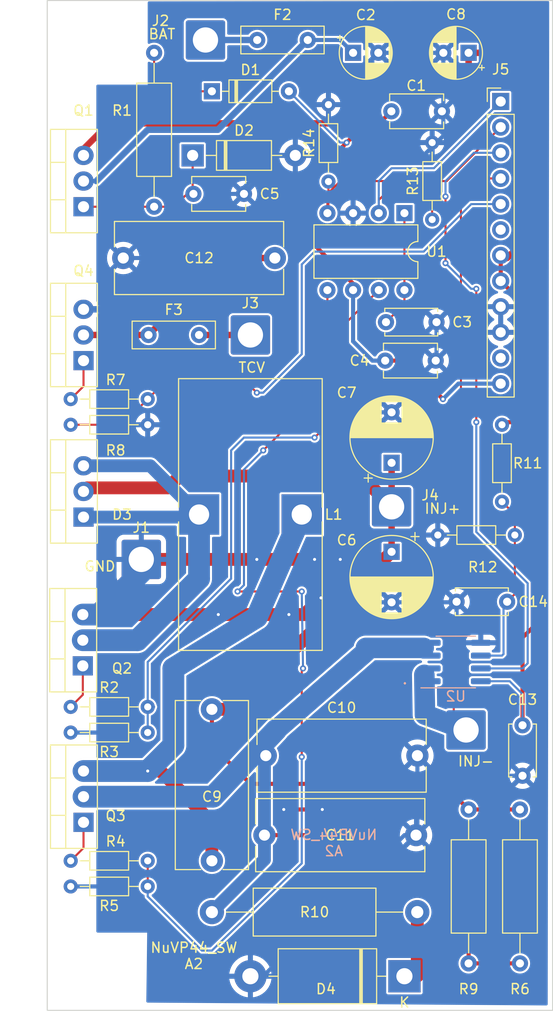
<source format=kicad_pcb>
(kicad_pcb (version 20221018) (generator pcbnew)
  (layers (0 "F.Cu" signal) (31 "B.Cu" signal) (34 "B.Paste" user) (35 "F.Paste" user) (36 "B.SilkS" user "B.Silkscreen") (37 "F.SilkS" user "F.Silkscreen") (38 "B.Mask" user) (39 "F.Mask" user) (44 "Edge.Cuts" user))
  (net 0 "")
  (net 1 "+12V")
  (net 2 "GND")
  (net 3 "Net-(Q1-C)")
  (net 4 "Net-(U1-ENA)")
  (net 5 "Net-(D2-K)")
  (net 6 "+5V")
  (net 7 "Net-(Q3-S)")
  (net 8 "Net-(Q3-D)")
  (net 9 "Net-(Q4-D)")
  (net 10 "Net-(U2-FILTER)")
  (net 11 "Net-(D1-K)")
  (net 12 "Net-(D4-K)")
  (net 13 "Net-(J2-Pin_1)")
  (net 14 "Net-(Q2-G)")
  (net 15 "Net-(Q3-G)")
  (net 16 "Net-(Q4-G)")
  (net 17 "Net-(U1-OUTA)")
  (net 18 "Net-(U1-OUTB)")
  (net 19 "Net-(Q2-D)")
  (net 20 "Net-(J3-Pin_1)")
  (net 21 "Net-(J5-Pin_1)")
  (net 22 "Net-(J5-Pin_2)")
  (net 23 "Net-(J5-Pin_3)")
  (net 24 "Net-(J5-Pin_4)")
  (net 25 "Net-(J5-Pin_5)")
  (net 28 "Net-(D3-K)")
  (footprint "Package_DIP:DIP-8_W7.62mm" (layer "F.Cu") (at 180.34 59.055 -90)
    (fp_text reference "U1" (at 3.81 -3.175) (layer "F.SilkS"))
    (fp_text value "MCP14E7")
    (pad "1" thru_hole rect (at 0 0 270) (size 1.6 1.6) (drill 0.8) (layers "*.Cu" "*.Mask") (net 4 "Net-(U1-ENA)"))
    (pad "2" thru_hole oval (at 0 2.54 270) (size 1.6 1.6) (drill 0.8) (layers "*.Cu" "*.Mask") (net 21 "Net-(J5-Pin_1)"))
    (pad "3" thru_hole oval (at 0 5.08 270) (size 1.6 1.6) (drill 0.8) (layers "*.Cu" "*.Mask") (net 2 "GND"))
    (pad "4" thru_hole oval (at 0 7.62 270) (size 1.6 1.6) (drill 0.8) (layers "*.Cu" "*.Mask") (net 22 "Net-(J5-Pin_2)"))
    (pad "5" thru_hole oval (at 7.62 7.62 270) (size 1.6 1.6) (drill 0.8) (layers "*.Cu" "*.Mask") (net 18 "Net-(U1-OUTB)"))
    (pad "6" thru_hole oval (at 7.62 5.08 270) (size 1.6 1.6) (drill 0.8) (layers "*.Cu" "*.Mask") (net 1 "+12V"))
    (pad "7" thru_hole oval (at 7.62 2.54 270) (size 1.6 1.6) (drill 0.8) (layers "*.Cu" "*.Mask") (net 17 "Net-(U1-OUTA)"))
    (pad "8" thru_hole oval (at 7.62 0 270) (size 1.6 1.6) (drill 0.8) (layers "*.Cu" "*.Mask") (net 4 "Net-(U1-ENA)"))
  )
  (footprint "Resistor_THT:R_Axial_DIN0204_L3.6mm_D1.6mm_P7.62mm_Horizontal" (layer "F.Cu") (at 154.94 110.49 180)
    (fp_text reference "R3" (at 3.81 -1.92) (layer "F.SilkS"))
    (fp_text value "10K")
    (pad "1" thru_hole circle (at 0 0 180) (size 1.4 1.4) (drill 0.7) (layers "*.Cu" "*.Mask") (net 17 "Net-(U1-OUTA)"))
    (pad "2" thru_hole oval (at 7.62 0 180) (size 1.4 1.4) (drill 0.7) (layers "*.Cu" "*.Mask") (net 2 "GND"))
  )
  (footprint "Diode_THT:D_DO-201AD_P15.24mm_Horizontal" (layer "F.Cu") (at 180.34 134.62 180)
    (fp_text reference "D4" (at 7.7724 -1.27 180) (layer "F.SilkS"))
    (fp_text value "39V_5W")
    (fp_text user "K" (at 0 -2.6 180) (layer "F.SilkS"))
    (pad "1" thru_hole rect (at 0 0 180) (size 3.2 3.2) (drill 1.6) (layers "*.Cu" "*.Mask") (net 12 "Net-(D4-K)"))
    (pad "2" thru_hole oval (at 15.24 0 180) (size 3.2 3.2) (drill 1.6) (layers "*.Cu" "*.Mask") (net 2 "GND"))
  )
  (footprint "MountingHole:MountingHole_3.2mm_M3" (layer "F.Cu") (at 149.8092 134.2136)
    (fp_text reference "MH1" hide)
    (fp_text value "MountingHole_3.2mm_M3")
    (pad "" np_thru_hole circle (at 0 0) (size 3.2 3.2) (drill 3.2) (layers "*.Cu" "*.Mask"))
  )
  (footprint "Capacitor_THT:C_Disc_D8.0mm_W2.5mm_P5.00mm" (layer "F.Cu") (at 155.02 71.12)
    (fp_text reference "F3" (at 2.5 -2.5) (layer "F.SilkS"))
    (fp_text value "Polyfuse")
    (pad "1" thru_hole circle (at 0 0) (size 1.6 1.6) (drill 0.8) (layers "*.Cu" "*.Mask") (net 9 "Net-(Q4-D)"))
    (pad "2" thru_hole circle (at 5 0) (size 1.6 1.6) (drill 0.8) (layers "*.Cu" "*.Mask") (net 20 "Net-(J3-Pin_1)"))
  )
  (footprint "Connector_Wire:SolderWire-2sqmm_1x01_D2mm_OD3.9mm" (layer "F.Cu") (at 160.655 41.91)
    (fp_text reference "J2" (at -4.445 -1.905) (layer "F.SilkS"))
    (fp_text value "BAT")
    (pad "1" thru_hole roundrect (at 0 0) (size 3.9 3.9) (drill 2.5) (layers "*.Cu" "*.Mask") (roundrect_rratio 0.06410307692) (net 13 "Net-(J2-Pin_1)"))
  )
  (footprint "Capacitor_THT:C_Disc_D5.0mm_W2.5mm_P5.00mm" (layer "F.Cu") (at 190.5 97.536 180)
    (fp_text reference "C14" (at -2.58 0) (layer "F.SilkS"))
    (fp_text value "0.1uF")
    (pad "1" thru_hole circle (at 0 0 180) (size 1.6 1.6) (drill 0.8) (layers "*.Cu" "*.Mask") (net 10 "Net-(U2-FILTER)"))
    (pad "2" thru_hole circle (at 5 0 180) (size 1.6 1.6) (drill 0.8) (layers "*.Cu" "*.Mask") (net 2 "GND"))
  )
  (footprint "Capacitor_THT:C_Disc_D5.1mm_W3.2mm_P5.00mm" (layer "F.Cu") (at 184.0484 48.9712 180)
    (fp_text reference "C1" (at 2.54 2.54) (layer "F.SilkS"))
    (fp_text value "1uF")
    (pad "1" thru_hole circle (at 0 0 180) (size 1.6 1.6) (drill 0.8) (layers "*.Cu" "*.Mask") (net 2 "GND"))
    (pad "2" thru_hole circle (at 5 0 180) (size 1.6 1.6) (drill 0.8) (layers "*.Cu" "*.Mask") (net 1 "+12V"))
  )
  (footprint "Capacitor_THT:C_Rect_L16.5mm_W7.0mm_P15.00mm_MKT" (layer "F.Cu") (at 166.49 120.65)
    (fp_text reference "C11" (at 7.5 0) (layer "F.SilkS"))
    (fp_text value "1uF")
    (pad "1" thru_hole circle (at 0 0) (size 2.2 2.2) (drill 1.1) (layers "*.Cu" "*.Mask") (net 8 "Net-(Q3-D)"))
    (pad "2" thru_hole circle (at 15 0) (size 2.2 2.2) (drill 1.1) (layers "*.Cu" "*.Mask") (net 2 "GND"))
  )
  (footprint "Capacitor_THT:CP_Radial_D8.0mm_P5.00mm" (layer "F.Cu") (at 179.07 83.78 90)
    (fp_text reference "C7" (at 6.945 -4.445 180) (layer "F.SilkS"))
    (fp_text value "470uF")
    (pad "1" thru_hole rect (at 0 0 90) (size 1.6 1.6) (drill 0.8) (layers "*.Cu" "*.Mask") (net 28 "Net-(D3-K)"))
    (pad "2" thru_hole circle (at 5 0 90) (size 1.6 1.6) (drill 0.8) (layers "*.Cu" "*.Mask") (net 2 "GND"))
  )
  (footprint "Capacitor_THT:C_Disc_D5.0mm_W2.5mm_P5.00mm" (layer "F.Cu") (at 192.024 109.768 -90)
    (fp_text reference "C13" (at -2.54 0 -180) (layer "F.SilkS"))
    (fp_text value "0.1uF")
    (pad "1" thru_hole circle (at 0 0 270) (size 1.6 1.6) (drill 0.8) (layers "*.Cu" "*.Mask") (net 6 "+5V"))
    (pad "2" thru_hole circle (at 5 0 270) (size 1.6 1.6) (drill 0.8) (layers "*.Cu" "*.Mask") (net 2 "GND"))
  )
  (footprint "Resistor_THT:R_Axial_DIN0309_L9.0mm_D3.2mm_P15.24mm_Horizontal" (layer "F.Cu") (at 191.77 118.11 -90)
    (fp_text reference "R6" (at 17.78 0 -180) (layer "F.SilkS"))
    (fp_text value "330R")
    (pad "1" thru_hole circle (at 0 0 270) (size 1.6 1.6) (drill 0.8) (layers "*.Cu" "*.Mask") (net 28 "Net-(D3-K)"))
    (pad "2" thru_hole oval (at 15.24 0 270) (size 1.6 1.6) (drill 0.8) (layers "*.Cu" "*.Mask") (net 8 "Net-(Q3-D)"))
  )
  (footprint "Diode_THT:D_DO-41_SOD81_P10.16mm_Horizontal" (layer "F.Cu") (at 159.385 53.34)
    (fp_text reference "D2" (at 5.08 -2.47) (layer "F.SilkS"))
    (fp_text value "5.6V")
    (pad "1" thru_hole rect (at 0 0) (size 2.2 2.2) (drill 1.1) (layers "*.Cu" "*.Mask") (net 5 "Net-(D2-K)"))
    (pad "2" thru_hole oval (at 10.16 0) (size 2.2 2.2) (drill 1.1) (layers "*.Cu" "*.Mask") (net 2 "GND"))
  )
  (footprint "Capacitor_THT:C_Disc_D5.1mm_W3.2mm_P5.00mm" (layer "F.Cu") (at 178.435 73.66)
    (fp_text reference "C4" (at -2.54 0) (layer "F.SilkS"))
    (fp_text value "1uF" hide)
    (pad "1" thru_hole circle (at 0 0) (size 1.6 1.6) (drill 0.8) (layers "*.Cu" "*.Mask") (net 1 "+12V"))
    (pad "2" thru_hole circle (at 5 0) (size 1.6 1.6) (drill 0.8) (layers "*.Cu" "*.Mask") (net 2 "GND"))
  )
  (footprint "Capacitor_THT:C_Disc_D5.1mm_W3.2mm_P5.00mm" (layer "F.Cu") (at 164.465 57.15 180)
    (fp_text reference "C5" (at -2.54 0) (layer "F.SilkS"))
    (fp_text value "1uF")
    (pad "1" thru_hole circle (at 0 0 180) (size 1.6 1.6) (drill 0.8) (layers "*.Cu" "*.Mask") (net 2 "GND"))
    (pad "2" thru_hole circle (at 5 0 180) (size 1.6 1.6) (drill 0.8) (layers "*.Cu" "*.Mask") (net 5 "Net-(D2-K)"))
  )
  (footprint "Resistor_THT:R_Axial_DIN0204_L3.6mm_D1.6mm_P7.62mm_Horizontal" (layer "F.Cu") (at 189.992 80.01 -90)
    (fp_text reference "R11" (at 3.81 -2.54) (layer "F.SilkS"))
    (fp_text value "10K")
    (pad "1" thru_hole circle (at 0 0 270) (size 1.4 1.4) (drill 0.7) (layers "*.Cu" "*.Mask") (net 6 "+5V"))
    (pad "2" thru_hole oval (at 7.62 0 270) (size 1.4 1.4) (drill 0.7) (layers "*.Cu" "*.Mask") (net 10 "Net-(U2-FILTER)"))
  )
  (footprint "MountingHole:MountingHole_3.2mm_M3" (layer "F.Cu") (at 149.86 42.0624)
    (fp_text reference "MH2" hide)
    (fp_text value "MountingHole_3.2mm_M3")
    (pad "" np_thru_hole circle (at 0 0) (size 3.2 3.2) (drill 3.2) (layers "*.Cu" "*.Mask"))
  )
  (footprint "Capacitor_THT:C_Rect_L16.5mm_W7.0mm_P15.00mm_MKT" (layer "F.Cu") (at 166.624 112.776)
    (fp_text reference "C10" (at 7.5 -4.75) (layer "F.SilkS"))
    (fp_text value "1uF")
    (pad "1" thru_hole circle (at 0 0) (size 2.2 2.2) (drill 1.1) (layers "*.Cu" "*.Mask") (net 8 "Net-(Q3-D)"))
    (pad "2" thru_hole circle (at 15 0) (size 2.2 2.2) (drill 1.1) (layers "*.Cu" "*.Mask") (net 2 "GND"))
  )
  (footprint "Package_TO_SOT_THT:TO-220-3_Vertical" (layer "F.Cu") (at 148.519 103.886 90)
    (fp_text reference "Q2" (at -0.254 3.881 180) (layer "F.SilkS"))
    (fp_text value "75NF20")
    (pad "1" thru_hole rect (at 0 0 90) (size 1.905 2) (drill 1.1) (layers "*.Cu" "*.Mask") (net 14 "Net-(Q2-G)"))
    (pad "2" thru_hole oval (at 2.54 0 90) (size 1.905 2) (drill 1.1) (layers "*.Cu" "*.Mask") (net 19 "Net-(Q2-D)"))
    (pad "3" thru_hole oval (at 5.08 0 90) (size 1.905 2) (drill 1.1) (layers "*.Cu" "*.Mask") (net 2 "GND"))
  )
  (footprint "Capacitor_THT:C_Disc_D5.0mm_W2.5mm_P5.00mm" (layer "F.Cu") (at 183.515 69.85 180)
    (fp_text reference "C3" (at -2.54 0) (layer "F.SilkS"))
    (fp_text value "0.1uF" hide)
    (pad "1" thru_hole circle (at 0 0 180) (size 1.6 1.6) (drill 0.8) (layers "*.Cu" "*.Mask") (net 2 "GND"))
    (pad "2" thru_hole circle (at 5 0 180) (size 1.6 1.6) (drill 0.8) (layers "*.Cu" "*.Mask") (net 4 "Net-(U1-ENA)"))
  )
  (footprint "Capacitor_THT:CP_Radial_D8.0mm_P5.00mm" (layer "F.Cu") (at 179.07 92.593349 -90)
    (fp_text reference "C6" (at -1.153349 4.445 -180) (layer "F.SilkS"))
    (fp_text value "470uF")
    (pad "1" thru_hole rect (at 0 0 270) (size 1.6 1.6) (drill 0.8) (layers "*.Cu" "*.Mask") (net 28 "Net-(D3-K)"))
    (pad "2" thru_hole circle (at 5 0 270) (size 1.6 1.6) (drill 0.8) (layers "*.Cu" "*.Mask") (net 2 "GND"))
  )
  (footprint "Connector_PinHeader_2.54mm:PinHeader_1x12_P2.54mm_Vertical" (layer "F.Cu") (at 189.865 48)
    (fp_text reference "J5" (at 0 -3.175) (layer "F.SilkS"))
    (fp_text value "Conn_01x12")
    (pad "1" thru_hole rect (at 0 0) (size 1.7 1.7) (drill 1) (layers "*.Cu" "*.Mask") (net 21 "Net-(J5-Pin_1)"))
    (pad "2" thru_hole oval (at 0 2.54) (size 1.7 1.7) (drill 1) (layers "*.Cu" "*.Mask") (net 22 "Net-(J5-Pin_2)"))
    (pad "3" thru_hole oval (at 0 5.08) (size 1.7 1.7) (drill 1) (layers "*.Cu" "*.Mask") (net 23 "Net-(J5-Pin_3)"))
    (pad "4" thru_hole oval (at 0 7.62) (size 1.7 1.7) (drill 1) (layers "*.Cu" "*.Mask") (net 24 "Net-(J5-Pin_4)"))
    (pad "5" thru_hole oval (at 0 10.16) (size 1.7 1.7) (drill 1) (layers "*.Cu" "*.Mask") (net 25 "Net-(J5-Pin_5)"))
    (pad "6" thru_hole oval (at 0 12.7) (size 1.7 1.7) (drill 1) (layers "*.Cu" "*.Mask"))
    (pad "7" thru_hole oval (at 0 15.24) (size 1.7 1.7) (drill 1) (layers "*.Cu" "*.Mask") (net 6 "+5V"))
    (pad "8" thru_hole oval (at 0 17.78) (size 1.7 1.7) (drill 1) (layers "*.Cu" "*.Mask") (net 6 "+5V"))
    (pad "9" thru_hole oval (at 0 20.32) (size 1.7 1.7) (drill 1) (layers "*.Cu" "*.Mask") (net 2 "GND"))
    (pad "10" thru_hole oval (at 0 22.86) (size 1.7 1.7) (drill 1) (layers "*.Cu" "*.Mask") (net 2 "GND"))
    (pad "11" thru_hole oval (at 0 25.4) (size 1.7 1.7) (drill 1) (layers "*.Cu" "*.Mask"))
    (pad "12" thru_hole oval (at 0 27.94) (size 1.7 1.7) (drill 1) (layers "*.Cu" "*.Mask") (net 1 "+12V"))
  )
  (footprint "Resistor_THT:R_Axial_DIN0204_L3.6mm_D1.6mm_P7.62mm_Horizontal" (layer "F.Cu") (at 147.32 80.01)
    (fp_text reference "R8" (at 4.445 2.54) (layer "F.SilkS"))
    (fp_text value "10K")
    (pad "1" thru_hole circle (at 0 0) (size 1.4 1.4) (drill 0.7) (layers "*.Cu" "*.Mask") (net 25 "Net-(J5-Pin_5)"))
    (pad "2" thru_hole oval (at 7.62 0) (size 1.4 1.4) (drill 0.7) (layers "*.Cu" "*.Mask") (net 2 "GND"))
  )
  (footprint "Capacitor_THT:C_Rect_L16.5mm_W7.0mm_P15.00mm_MKT" (layer "F.Cu") (at 152.52 63.5)
    (fp_text reference "C12" (at 7.5 0) (layer "F.SilkS"))
    (fp_text value "1uF")
    (pad "1" thru_hole circle (at 0 0) (size 2.2 2.2) (drill 1.1) (layers "*.Cu" "*.Mask") (net 2 "GND"))
    (pad "2" thru_hole circle (at 15 0) (size 2.2 2.2) (drill 1.1) (layers "*.Cu" "*.Mask") (net 9 "Net-(Q4-D)"))
  )
  (footprint "Resistor_THT:R_Axial_DIN0204_L3.6mm_D1.6mm_P7.62mm_Horizontal" (layer "F.Cu") (at 147.32 107.95)
    (fp_text reference "R2" (at 3.81 -1.92) (layer "F.SilkS"))
    (fp_text value "27R")
    (pad "1" thru_hole circle (at 0 0) (size 1.4 1.4) (drill 0.7) (layers "*.Cu" "*.Mask") (net 14 "Net-(Q2-G)"))
    (pad "2" thru_hole oval (at 7.62 0) (size 1.4 1.4) (drill 0.7) (layers "*.Cu" "*.Mask") (net 17 "Net-(U1-OUTA)"))
  )
  (footprint "Package_TO_SOT_THT:TO-220-3_Vertical" (layer "F.Cu") (at 148.59 89.154 90)
    (fp_text reference "D3" (at 0.254 3.81 180) (layer "F.SilkS"))
    (fp_text value "D_Schottky_AKA")
    (pad "1" thru_hole rect (at 0 0 90) (size 1.905 2) (drill 1.1) (layers "*.Cu" "*.Mask") (net 19 "Net-(Q2-D)"))
    (pad "2" thru_hole oval (at 2.54 0 90) (size 1.905 2) (drill 1.1) (layers "*.Cu" "*.Mask") (net 28 "Net-(D3-K)"))
    (pad "3" thru_hole oval (at 5.08 0 90) (size 1.905 2) (drill 1.1) (layers "*.Cu" "*.Mask") (net 19 "Net-(Q2-D)"))
  )
  (footprint "Connector_Wire:SolderWire-2sqmm_1x01_D2mm_OD3.9mm" (layer "F.Cu") (at 165.1 71.12)
    (fp_text reference "J3" (at 0 -3.15) (layer "F.SilkS"))
    (fp_text value "TCV")
    (pad "1" thru_hole roundrect (at 0 0) (size 3.9 3.9) (drill 2.5) (layers "*.Cu" "*.Mask") (roundrect_rratio 0.06410307692) (net 20 "Net-(J3-Pin_1)"))
  )
  (footprint "Package_TO_SOT_THT:TO-220-3_Vertical" (layer "F.Cu") (at 148.59 119.38 90)
    (fp_text reference "Q3" (at 0.635 3.175 180) (layer "F.SilkS"))
    (fp_text value "STP40NF10L")
    (pad "1" thru_hole rect (at 0 0 90) (size 1.905 2) (drill 1.1) (layers "*.Cu" "*.Mask") (net 15 "Net-(Q3-G)"))
    (pad "2" thru_hole oval (at 2.54 0 90) (size 1.905 2) (drill 1.1) (layers "*.Cu" "*.Mask") (net 8 "Net-(Q3-D)"))
    (pad "3" thru_hole oval (at 5.08 0 90) (size 1.905 2) (drill 1.1) (layers "*.Cu" "*.Mask") (net 7 "Net-(Q3-S)"))
  )
  (footprint "Connector_Wire:SolderWire-2sqmm_1x01_D2mm_OD3.9mm" (layer "F.Cu") (at 154.305 93.345)
    (fp_text reference "J1" (at 0 -3.15) (layer "F.SilkS"))
    (fp_text value "GND")
    (pad "1" thru_hole roundrect (at 0 0) (size 3.9 3.9) (drill 2.5) (layers "*.Cu" "*.Mask") (roundrect_rratio 0.06410307692) (net 2 "GND"))
  )
  (footprint "Inductor_THT:L_Toroid_Vertical_L26.7mm_W14.0mm_P10.16mm_Pulse_D" (layer "F.Cu") (at 170.18 88.9 -90)
    (fp_text reference "L1" (at 0 -3.155) (layer "F.SilkS"))
    (fp_text value "L_Ferrite")
    (pad "1" thru_hole rect (at 0 0 270) (size 4 4) (drill 2) (layers "*.Cu" "*.Mask") (net 7 "Net-(Q3-S)"))
    (pad "2" thru_hole rect (at 0 10.16 270) (size 4 4) (drill 2) (layers "*.Cu" "*.Mask") (net 19 "Net-(Q2-D)"))
  )
  (footprint "Capacitor_THT:C_Disc_D8.0mm_W2.5mm_P5.00mm" (layer "F.Cu") (at 165.775 41.91)
    (fp_text reference "F2" (at 2.5 -2.5) (layer "F.SilkS"))
    (fp_text value "Polyfuse")
    (pad "1" thru_hole circle (at 0 0) (size 1.6 1.6) (drill 0.8) (layers "*.Cu" "*.Mask") (net 13 "Net-(J2-Pin_1)"))
    (pad "2" thru_hole circle (at 5 0) (size 1.6 1.6) (drill 0.8) (layers "*.Cu" "*.Mask") (net 3 "Net-(Q1-C)"))
  )
  (footprint "Package_TO_SOT_THT:TO-220-3_Vertical" (layer "F.Cu") (at 148.59 73.66 90)
    (fp_text reference "Q4" (at 8.89 0 180) (layer "F.SilkS"))
    (fp_text value "IRL2910")
    (pad "1" thru_hole rect (at 0 0 90) (size 1.905 2) (drill 1.1) (layers "*.Cu" "*.Mask") (net 16 "Net-(Q4-G)"))
    (pad "2" thru_hole oval (at 2.54 0 90) (size 1.905 2) (drill 1.1) (layers "*.Cu" "*.Mask") (net 9 "Net-(Q4-D)"))
    (pad "3" thru_hole oval (at 5.08 0 90) (size 1.905 2) (drill 1.1) (layers "*.Cu" "*.Mask") (net 2 "GND"))
  )
  (footprint "Resistor_THT:R_Axial_DIN0204_L3.6mm_D1.6mm_P7.62mm_Horizontal" (layer "F.Cu") (at 183.0832 59.69 90)
    (fp_text reference "R13" (at 3.81 -1.92 90) (layer "F.SilkS"))
    (fp_text value "10K")
    (pad "1" thru_hole circle (at 0 0 90) (size 1.4 1.4) (drill 0.7) (layers "*.Cu" "*.Mask") (net 21 "Net-(J5-Pin_1)"))
    (pad "2" thru_hole oval (at 7.62 0 90) (size 1.4 1.4) (drill 0.7) (layers "*.Cu" "*.Mask") (net 2 "GND"))
  )
  (footprint "Resistor_THT:R_Axial_DIN0309_L9.0mm_D3.2mm_P15.24mm_Horizontal" (layer "F.Cu") (at 155.575 43.18 -90)
    (fp_text reference "R1" (at 5.715 3.175 -180) (layer "F.SilkS"))
    (fp_text value "220R")
    (pad "1" thru_hole circle (at 0 0 270) (size 1.6 1.6) (drill 0.8) (layers "*.Cu" "*.Mask") (net 11 "Net-(D1-K)"))
    (pad "2" thru_hole oval (at 15.24 0 270) (size 1.6 1.6) (drill 0.8) (layers "*.Cu" "*.Mask") (net 5 "Net-(D2-K)"))
  )
  (footprint "Resistor_THT:R_Axial_DIN0204_L3.6mm_D1.6mm_P7.62mm_Horizontal" (layer "F.Cu") (at 191.262 90.932 180)
    (fp_text reference "R12" (at 3.175 -3.175 180) (layer "F.SilkS"))
    (fp_text value "10K" hide)
    (pad "1" thru_hole circle (at 0 0 180) (size 1.4 1.4) (drill 0.7) (layers "*.Cu" "*.Mask") (net 10 "Net-(U2-FILTER)"))
    (pad "2" thru_hole oval (at 7.62 0 180) (size 1.4 1.4) (drill 0.7) (layers "*.Cu" "*.Mask") (net 2 "GND"))
  )
  (footprint "Capacitor_THT:CP_Radial_D5.0mm_P2.50mm" (layer "F.Cu") (at 186.69 43.18 180)
    (fp_text reference "C8" (at 1.25 3.81) (layer "F.SilkS"))
    (fp_text value "100uF")
    (pad "1" thru_hole rect (at 0 0 180) (size 1.6 1.6) (drill 0.8) (layers "*.Cu" "*.Mask") (net 6 "+5V"))
    (pad "2" thru_hole circle (at 2.5 0 180) (size 1.6 1.6) (drill 0.8) (layers "*.Cu" "*.Mask") (net 2 "GND"))
  )
  (footprint "Resistor_THT:R_Axial_DIN0204_L3.6mm_D1.6mm_P7.62mm_Horizontal" (layer "F.Cu") (at 172.8216 55.9308 90)
    (fp_text reference "R14" (at 3.81 -1.92 90) (layer "F.SilkS"))
    (fp_text value "10K")
    (pad "1" thru_hole circle (at 0 0 90) (size 1.4 1.4) (drill 0.7) (layers "*.Cu" "*.Mask") (net 22 "Net-(J5-Pin_2)"))
    (pad "2" thru_hole oval (at 7.62 0 90) (size 1.4 1.4) (drill 0.7) (layers "*.Cu" "*.Mask") (net 2 "GND"))
  )
  (footprint "Diode_THT:D_DO-35_SOD27_P7.62mm_Horizontal" (layer "F.Cu") (at 161.29 46.99)
    (fp_text reference "D1" (at 3.81 -2.12) (layer "F.SilkS"))
    (fp_text value "1N914B")
    (pad "1" thru_hole rect (at 0 0) (size 1.6 1.6) (drill 0.8) (layers "*.Cu" "*.Mask") (net 11 "Net-(D1-K)"))
    (pad "2" thru_hole oval (at 7.62 0) (size 1.6 1.6) (drill 0.8) (layers "*.Cu" "*.Mask") (net 1 "+12V"))
  )
  (footprint "Capacitor_THT:CP_Radial_D5.0mm_P2.50mm" (layer "F.Cu") (at 175.26 43.18)
    (fp_text reference "C2" (at 1.25 -3.75) (layer "F.SilkS"))
    (fp_text value "100uF")
    (pad "1" thru_hole rect (at 0 0) (size 1.6 1.6) (drill 0.8) (layers "*.Cu" "*.Mask") (net 3 "Net-(Q1-C)"))
    (pad "2" thru_hole circle (at 2.5 0) (size 1.6 1.6) (drill 0.8) (layers "*.Cu" "*.Mask") (net 2 "GND"))
  )
  (footprint "Connector_Wire:SolderWire-2sqmm_1x01_D2mm_OD3.9mm" (layer "F.Cu") (at 186.436 110.236)
    (fp_text reference "J6" hide)
    (fp_text value "INJ")
    (pad "1" thru_hole roundrect (at 0 0) (size 3.9 3.9) (drill 2.5) (layers "*.Cu" "*.Mask") (roundrect_rratio 0.06410307692) (net 24 "Net-(J5-Pin_4)"))
  )
  (footprint "Connector_Wire:SolderWire-2sqmm_1x01_D2mm_OD3.9mm" (layer "F.Cu") (at 179.07 88.138)
    (fp_text reference "J4" (at 3.81 -1.143) (layer "F.SilkS"))
    (fp_text value "INJ+")
    (pad "1" thru_hole roundrect (at 0 0) (size 3.9 3.9) (drill 2.5) (layers "*.Cu" "*.Mask") (roundrect_rratio 0.06410307692) (net 28 "Net-(D3-K)"))
  )
  (footprint "Capacitor_THT:C_Rect_L16.5mm_W7.0mm_P15.00mm_MKT" (layer "F.Cu") (at 161.29 123.19 90)
    (fp_text reference "C9" (at 6.35 0 180) (layer "F.SilkS"))
    (fp_text value "1uF")
    (pad "1" thru_hole circle (at 0 0 90) (size 2.2 2.2) (drill 1.1) (layers "*.Cu" "*.Mask") (net 7 "Net-(Q3-S)"))
    (pad "2" thru_hole circle (at 15 0 90) (size 2.2 2.2) (drill 1.1) (layers "*.Cu" "*.Mask") (net 28 "Net-(D3-K)"))
  )
  (footprint "Resistor_THT:R_Axial_DIN0204_L3.6mm_D1.6mm_P7.62mm_Horizontal" (layer "F.Cu") (at 147.32 123.19)
    (fp_text reference "R4" (at 4.445 -1.92) (layer "F.SilkS"))
    (fp_text value "27R")
    (pad "1" thru_hole circle (at 0 0) (size 1.4 1.4) (drill 0.7) (layers "*.Cu" "*.Mask") (net 15 "Net-(Q3-G)"))
    (pad "2" thru_hole oval (at 7.62 0) (size 1.4 1.4) (drill 0.7) (layers "*.Cu" "*.Mask") (net 18 "Net-(U1-OUTB)"))
  )
  (footprint "Resistor_THT:R_Axial_DIN0204_L3.6mm_D1.6mm_P7.62mm_Horizontal" (layer "F.Cu") (at 154.94 77.47 180)
    (fp_text reference "R7" (at 3.175 1.905 180) (layer "F.SilkS"))
    (fp_text value "100R")
    (pad "1" thru_hole circle (at 0 0 180) (size 1.4 1.4) (drill 0.7) (layers "*.Cu" "*.Mask") (net 25 "Net-(J5-Pin_5)"))
    (pad "2" thru_hole oval (at 7.62 0 180) (size 1.4 1.4) (drill 0.7) (layers "*.Cu" "*.Mask") (net 16 "Net-(Q4-G)"))
  )
  (footprint "Resistor_THT:R_Axial_DIN0414_L11.9mm_D4.5mm_P20.32mm_Horizontal" (layer "F.Cu") (at 161.29 128.27)
    (fp_text reference "R10" (at 10.16 0) (layer "F.SilkS"))
    (fp_text value "1R_1W")
    (pad "1" thru_hole circle (at 0 0) (size 2.4 2.4) (drill 1.2) (layers "*.Cu" "*.Mask") (net 8 "Net-(Q3-D)"))
    (pad "2" thru_hole oval (at 20.32 0) (size 2.4 2.4) (drill 1.2) (layers "*.Cu" "*.Mask") (net 12 "Net-(D4-K)"))
  )
  (footprint "Package_TO_SOT_THT:TO-220-3_Vertical" (layer "F.Cu") (at 148.59 58.42 90)
    (fp_text reference "Q1" (at 9.525 0 180) (layer "F.SilkS"))
    (fp_text value "MJF44H11G")
    (pad "1" thru_hole rect (at 0 0 90) (size 1.905 2) (drill 1.1) (layers "*.Cu" "*.Mask") (net 5 "Net-(D2-K)"))
    (pad "2" thru_hole oval (at 2.54 0 90) (size 1.905 2) (drill 1.1) (layers "*.Cu" "*.Mask") (net 3 "Net-(Q1-C)"))
    (pad "3" thru_hole oval (at 5.08 0 90) (size 1.905 2) (drill 1.1) (layers "*.Cu" "*.Mask") (net 6 "+5V"))
  )
  (footprint "Resistor_THT:R_Axial_DIN0309_L9.0mm_D3.2mm_P15.24mm_Horizontal" (layer "F.Cu") (at 186.69 118.11 -90)
    (fp_text reference "R9" (at 17.78 0 -180) (layer "F.SilkS"))
    (fp_text value "330R")
    (pad "1" thru_hole circle (at 0 0 270) (size 1.6 1.6) (drill 0.8) (layers "*.Cu" "*.Mask") (net 28 "Net-(D3-K)"))
    (pad "2" thru_hole oval (at 15.24 0 270) (size 1.6 1.6) (drill 0.8) (layers "*.Cu" "*.Mask") (net 8 "Net-(Q3-D)"))
  )
  (footprint "Resistor_THT:R_Axial_DIN0204_L3.6mm_D1.6mm_P7.62mm_Horizontal" (layer "F.Cu") (at 154.94 125.73 180)
    (fp_text reference "R5" (at 3.81 -1.92) (layer "F.SilkS"))
    (fp_text value "10K")
    (pad "1" thru_hole circle (at 0 0 180) (size 1.4 1.4) (drill 0.7) (layers "*.Cu" "*.Mask") (net 18 "Net-(U1-OUTB)"))
    (pad "2" thru_hole oval (at 7.62 0 180) (size 1.4 1.4) (drill 0.7) (layers "*.Cu" "*.Mask") (net 2 "GND"))
  )
  (footprint "Package_SO:SOIC-8_3.9x4.9mm_P1.27mm" (layer "B.Cu") (at 185.42 103.505)
    (fp_text reference "U2" (at 0 3.4) (layer "B.SilkS") (effects (justify mirror)))
    (fp_text value "ACS712xLCTR-20A")
    (pad "1" smd roundrect (at -2.475 1.905) (size 1.95 0.6) (layers "B.Cu" "B.Paste" "B.Mask") (net 24 "Net-(J5-Pin_4)"))
    (pad "2" smd roundrect (at -2.475 0.635) (size 1.95 0.6) (layers "B.Cu" "B.Paste" "B.Mask") (net 24 "Net-(J5-Pin_4)"))
    (pad "3" smd roundrect (at -2.475 -0.635) (size 1.95 0.6) (layers "B.Cu" "B.Paste" "B.Mask") (net 8 "Net-(Q3-D)"))
    (pad "4" smd roundrect (at -2.475 -1.905) (size 1.95 0.6) (layers "B.Cu" "B.Paste" "B.Mask") (net 8 "Net-(Q3-D)"))
    (pad "5" smd roundrect (at 2.475 -1.905) (size 1.95 0.6) (layers "B.Cu" "B.Paste" "B.Mask") (net 2 "GND"))
    (pad "6" smd roundrect (at 2.475 -0.635) (size 1.95 0.6) (layers "B.Cu" "B.Paste" "B.Mask") (net 10 "Net-(U2-FILTER)"))
    (pad "7" smd roundrect (at 2.475 0.635) (size 1.95 0.6) (layers "B.Cu" "B.Paste" "B.Mask") (net 23 "Net-(J5-Pin_3)"))
    (pad "8" smd roundrect (at 2.475 1.905) (size 1.95 0.6) (layers "B.Cu" "B.Paste" "B.Mask") (net 6 "+5V"))
  )
  (gr_rect (start 145 38) (end 195 138) (stroke (width 0.1)) (fill none) (layer "Edge.Cuts"))
  (gr_text "NuVP44_SW\nA2" (at 173.355 122.809) (layer "B.SilkS") (effects (font (size 1 1)) (justify bottom mirror)))
  (gr_text "." (at 180.721 105.791) (layer "B.SilkS") (effects (font (size 1 1)) (justify left bottom mirror)))
  (gr_text "INJ+" (at 182.245 88.9) (layer "F.SilkS") (effects (font (size 1 1)) (justify left bottom)))
  (gr_text "INJ-" (at 185.547 113.919) (layer "F.SilkS") (effects (font (size 1 1)) (justify left bottom)))
  (gr_text "BAT" (at 154.94 41.91) (layer "F.SilkS") (effects (font (size 1 1)) (justify left bottom)))
  (gr_text "NuVP44_SW\nA2" (at 159.512 133.985) (layer "F.SilkS") (effects (font (size 1 1)) (justify bottom)))
  (gr_text "GND" (at 148.59 94.615) (layer "F.SilkS") (effects (font (size 1 1)) (justify left bottom)))
  (gr_text "TCV" (at 163.83 74.93) (layer "F.SilkS") (effects (font (size 1 1)) (justify left bottom)))
  (segment (start 170.18 60.96) (end 175.26 66.04) (width 0.4064) (layer "F.Cu") (net 1))
  (segment (start 178.435 73.66) (end 180.34 73.66) (width 0.4064) (layer "F.Cu") (net 1))
  (segment (start 174.625 52.07) (end 175.895 50.8) (width 0.2032) (layer "F.Cu") (net 1))
  (segment (start 177.2196 50.8) (end 179.0484 48.9712) (width 0.4064) (layer "F.Cu") (net 1))
  (segment (start 175.895 50.8) (end 170.18 56.515) (width 0.4064) (layer "F.Cu") (net 1))
  (segment (start 170.18 56.515) (end 170.18 60.96) (width 0.4064) (layer "F.Cu") (net 1))
  (segment (start 175.26 66.04) (end 175.26 66.675) (width 0.4064) (layer "F.Cu") (net 1))
  (segment (start 180.34 73.66) (end 184.15 77.47) (width 0.4064) (layer "F.Cu") (net 1))
  (segment (start 175.895 50.8) (end 177.2196 50.8) (width 0.4064) (layer "F.Cu") (net 1))
  (segment (start 170.18 56.515) (end 174.625 52.07) (width 0.2032) (layer "F.Cu") (net 1))
  (via (at 184.15 77.47) (size 0.6) (drill 0.3) (layers "F.Cu" "B.Cu") (net 1))
  (via (at 174.625 52.07) (size 0.6) (drill 0.3) (layers "F.Cu" "B.Cu") (net 1))
  (segment (start 175.26 71.755) (end 175.26 66.675) (width 0.4064) (layer "B.Cu") (net 1))
  (segment (start 176.2125 72.7075) (end 175.26 71.755) (width 0.4064) (layer "B.Cu") (net 1))
  (segment (start 168.91 46.99) (end 173.99 52.07) (width 0.2032) (layer "B.Cu") (net 1))
  (segment (start 177.165 73.66) (end 178.435 73.66) (width 0.4064) (layer "B.Cu") (net 1))
  (segment (start 185.68 75.94) (end 184.15 77.47) (width 0.4064) (layer "B.Cu") (net 1))
  (segment (start 189.865 75.94) (end 185.68 75.94) (width 0.4064) (layer "B.Cu") (net 1))
  (segment (start 175.26 71.755) (end 177.165 73.66) (width 0.4064) (layer "B.Cu") (net 1))
  (segment (start 173.99 52.07) (end 174.625 52.07) (width 0.2032) (layer "B.Cu") (net 1))
  (segment (start 177.165 73.66) (end 176.2125 72.7075) (width 0.2032) (layer "B.Cu") (net 1))
  (segment (start 154.305 93.345) (end 165.735 93.345) (width 1.27) (layer "F.Cu") (net 2))
  (segment (start 169.164 98.806) (end 170.434 98.806) (width 1.27) (layer "F.Cu") (net 2))
  (segment (start 168.91 99.06) (end 169.164 98.806) (width 1.27) (layer "F.Cu") (net 2))
  (segment (start 161.671 98.806) (end 161.925 99.06) (width 1.27) (layer "F.Cu") (net 2))
  (segment (start 162.179 98.806) (end 168.656 98.806) (width 1.27) (layer "F.Cu") (net 2))
  (segment (start 148.519 98.806) (end 161.671 98.806) (width 1.27) (layer "F.Cu") (net 2))
  (segment (start 168.402 118.11) (end 172.212 118.11) (width 0.4064) (layer "F.Cu") (net 2))
  (segment (start 148.519 98.806) (end 149.479 98.806) (width 1.27) (layer "F.Cu") (net 2))
  (segment (start 168.656 98.806) (end 168.91 99.06) (width 1.27) (layer "F.Cu") (net 2))
  (segment (start 170.434 98.806) (end 172.085 97.155) (width 1.27) (layer "F.Cu") (net 2))
  (segment (start 161.925 99.06) (end 162.179 98.806) (width 1.27) (layer "F.Cu") (net 2))
  (segment (start 165.735 93.345) (end 171.45 93.345) (width 1.27) (layer "F.Cu") (net 2))
  (segment (start 149.479 98.806) (end 153.035 95.25) (width 1.27) (layer "F.Cu") (net 2))
  (segment (start 171.45 93.345) (end 173.99 93.345) (width 1.27) (layer "F.Cu") (net 2))
  (via (at 161.925 98.806) (size 0.6) (drill 0.3) (layers "F.Cu" "B.Cu") (net 2))
  (via (at 172.085 97.155) (size 0.6) (drill 0.3) (layers "F.Cu" "B.Cu") (net 2))
  (via (at 168.402 118.11) (size 0.6) (drill 0.3) (layers "F.Cu" "B.Cu") (net 2))
  (via (at 173.99 93.345) (size 0.6) (drill 0.3) (layers "F.Cu" "B.Cu") (net 2))
  (via (at 171.45 93.345) (size 0.6) (drill 0.3) (layers "F.Cu" "B.Cu") (net 2))
  (via (at 172.212 118.11) (size 0.6) (drill 0.3) (layers "F.Cu" "B.Cu") (net 2))
  (via (at 165.735 93.345) (size 0.6) (drill 0.3) (layers "F.Cu" "B.Cu") (net 2))
  (via (at 168.91 98.806) (size 0.6) (drill 0.3) (layers "F.Cu" "B.Cu") (net 2))
  (segment (start 180.3 77.55) (end 179.07 78.78) (width 0.4064) (layer "B.Cu") (net 2))
  (segment (start 156.21 63.5) (end 162.56 57.15) (width 0.4064) (layer "B.Cu") (net 2))
  (segment (start 150.876 125.73) (end 151.13 125.476) (width 0.4064) (layer "B.Cu") (net 2))
  (segment (start 183.515 69.85) (end 183.515 73.58) (width 0.4064) (layer "B.Cu") (net 2))
  (segment (start 155.448 130.048) (end 160.02 134.62) (width 0.4064) (layer "B.Cu") (net 2))
  (segment (start 150.876 125.73) (end 155.194 130.048) (width 0.4064) (layer "B.Cu") (net 2))
  (segment (start 183.054 114.768) (end 181.49 116.332) (width 0.4064) (layer "B.Cu") (net 2))
  (segment (start 162.56 80.01) (end 163.83 78.74) (width 0.4064) (layer "B.Cu") (net 2))
  (segment (start 150.368 110.49) (end 150.622 110.236) (width 0.4064) (layer "B.Cu") (net 2))
  (segment (start 177.76 43.18) (end 184.19 43.18) (width 0.4064) (layer "B.Cu") (net 2))
  (segment (start 187.895 101.6) (end 186.0296 101.6) (width 0.2032) (layer "B.Cu") (net 2))
  (segment (start 160.02 134.62) (end 166.37 134.62) (width 0.4064) (layer "B.Cu") (net 2))
  (segment (start 189.865 70.86) (end 184.525 70.86) (width 0.4064) (layer "B.Cu") (net 2))
  (segment (start 177.165 43.775) (end 177.165 53.34) (width 0.4064) (layer "B.Cu") (net 2))
  (segment (start 180.3 76.795) (end 180.3 77.55) (width 0.4064) (layer "B.Cu") (net 2))
  (segment (start 177.76 43.18) (end 177.165 43.775) (width 0.4064) (layer "B.Cu") (net 2))
  (segment (start 148.59 68.58) (end 156.21 68.58) (width 0.635) (layer "B.Cu") (net 2))
  (segment (start 168.91 53.34) (end 177.165 53.34) (width 0.4064) (layer "B.Cu") (net 2))
  (segment (start 155.194 130.048) (end 155.448 130.048) (width 0.4064) (layer "B.Cu") (net 2))
  (segment (start 152.52 63.5) (end 156.21 63.5) (width 0.4064) (layer "B.Cu") (net 2))
  (segment (start 192.024 114.768) (end 183.054 114.768) (width 0.4064) (layer "B.Cu") (net 2))
  (segment (start 157.48 69.85) (end 157.48 72.39) (width 0.4064) (layer "B.Cu") (net 2))
  (segment (start 181.624 112.776) (end 181.624 120.516) (width 0.4064) (layer "B.Cu") (net 2))
  (segment (start 189.865 70.86) (end 189.865 68.32) (width 0.2032) (layer "B.Cu") (net 2))
  (segment (start 183.642 90.932) (end 183.642 93.021349) (width 0.4064) (layer "B.Cu") (net 2))
  (segment (start 157.48 72.39) (end 163.83 78.74) (width 0.4064) (layer "B.Cu") (net 2))
  (segment (start 167.64 53.34) (end 168.91 53.34) (width 0.4064) (layer "B.Cu") (net 2))
  (segment (start 179.07 78.78) (end 173.99 83.86) (width 0.4064) (layer "B.Cu") (net 2))
  (segment (start 179.07 97.593349) (end 185.442651 97.593349) (width 0.4064) (layer "B.Cu") (net 2))
  (segment (start 173.99 93.98) (end 177.603349 97.593349) (width 0.4064) (layer "B.Cu") (net 2))
  (segment (start 185.5 101.0704) (end 185.5 97.536) (width 0.4064) (layer "B.Cu") (net 2))
  (segment (start 177.165 53.34) (end 182.245 53.34) (width 0.4064) (layer "B.Cu") (net 2))
  (segment (start 173.99 83.86) (end 173.99 93.98) (width 0.4064) (layer "B.Cu") (net 2))
  (segment (start 177.603349 97.593349) (end 179.07 97.593349) (width 0.4064) (layer "B.Cu") (net 2))
  (segment (start 154.305 94.615) (end 154.305 93.345) (width 2.159) (layer "B.Cu") (net 2))
  (segment (start 180.34 120.65) (end 181.49 120.65) (width 0.4064) (layer "B.Cu") (net 2))
  (segment (start 147.32 110.49) (end 150.368 110.49) (width 0.4064) (layer "B.Cu") (net 2))
  (segment (start 166.37 134.62) (end 180.34 120.65) (width 0.4064) (layer "B.Cu") (net 2))
  (segment (start 183.642 93.021349) (end 179.07 97.593349) (width 0.4064) (layer "B.Cu") (net 2))
  (segment (start 148.519 98.806) (end 150.114 98.806) (width 2.159) (layer "B.Cu") (net 2))
  (segment (start 163.83 57.15) (end 167.64 53.34) (width 0.4064) (layer "B.Cu") (net 2))
  (segment (start 182.245 53.34) (end 184.125112 51.459888) (width 0.4064) (layer "B.Cu") (net 2))
  (segment (start 156.21 68.58) (end 157.48 69.85) (width 0.4064) (layer "B.Cu") (net 2))
  (segment (start 163.83 78.74) (end 163.87 78.78) (width 0.4064) (layer "B.Cu") (net 2))
  (segment (start 175.26 59.055) (end 175.26 53.34) (width 0.4064) (layer "B.Cu") (net 2))
  (segment (start 184.19 43.18) (end 184.19 50.735112) (width 0.4064) (layer "B.Cu") (net 2))
  (segment (start 163.87 78.78) (end 179.07 78.78) (width 0.4064) (layer "B.Cu") (net 2))
  (segment (start 147.32 125.73) (end 150.876 125.73) (width 0.4064) (layer "B.Cu") (net 2))
  (segment (start 183.435 73.66) (end 180.3 76.795) (width 0.4064) (layer "B.Cu") (net 2))
  (segment (start 162.56 57.15) (end 163.83 57.15) (width 0.4064) (layer "B.Cu") (net 2))
  (segment (start 150.114 98.806) (end 154.305 94.615) (width 2.159) (layer "B.Cu") (net 2))
  (segment (start 184.525 70.86) (end 183.515 69.85) (width 0.2032) (layer "B.Cu") (net 2))
  (segment (start 186.0296 101.6) (end 185.5 101.0704) (width 0.4064) (layer "B.Cu") (net 2))
  (segment (start 154.94 80.01) (end 162.56 80.01) (width 0.4064) (layer "B.Cu") (net 2))
  (segment (start 181.49 116.332) (end 181.49 120.65) (width 0.4064) (layer "B.Cu") (net 2))
  (segment (start 149.86 55.88) (end 154.94 50.8) (width 0.635) (layer "B.Cu") (net 3))
  (segment (start 173.99 41.91) (end 175.26 43.18) (width 0.4064) (layer "B.Cu") (net 3))
  (segment (start 161.885 50.8) (end 170.775 41.91) (width 0.635) (layer "B.Cu") (net 3))
  (segment (start 170.775 41.91) (end 173.99 41.91) (width 0.4064) (layer "B.Cu") (net 3))
  (segment (start 149.86 55.88) (end 148.59 55.88) (width 0.4064) (layer "B.Cu") (net 3))
  (segment (start 154.94 50.8) (end 161.885 50.8) (width 0.635) (layer "B.Cu") (net 3))
  (segment (start 180.34 68.025) (end 178.515 69.85) (width 0.2032) (layer "F.Cu") (net 4))
  (segment (start 180.34 59.055) (end 180.34 66.675) (width 0.2032) (layer "F.Cu") (net 4))
  (segment (start 180.34 66.675) (end 180.34 68.025) (width 0.2032) (layer "F.Cu") (net 4))
  (segment (start 157.56 58.42) (end 158.83 57.15) (width 0.2032) (layer "F.Cu") (net 5))
  (segment (start 148.59 58.42) (end 157.56 58.42) (width 0.2032) (layer "F.Cu") (net 5))
  (segment (start 159.385 53.34) (end 159.385 56.515) (width 0.2032) (layer "F.Cu") (net 5))
  (segment (start 193.04 100.076) (end 192.024 101.092) (width 0.4064) (layer "F.Cu") (net 6))
  (segment (start 192.024 101.092) (end 192.024 109.768) (width 0.4064) (layer "F.Cu") (net 6))
  (segment (start 186.69 43.18) (end 186.69 46.99) (width 0.635) (layer "F.Cu") (net 6))
  (segment (start 193.04 79.756) (end 193.04 68.955) (width 0.4064) (layer "F.Cu") (net 6))
  (segment (start 173.355 50.165) (end 151.13 50.165) (width 0.635) (layer "F.Cu") (net 6))
  (segment (start 186.69 43.18) (end 191.77 43.18) (width 0.635) (layer "F.Cu") (net 6))
  (segment (start 189.865 65.78) (end 189.865 63.24) (width 0.4064) (layer "F.Cu") (net 6))
  (segment (start 193.04 68.955) (end 189.865 65.78) (width 0.4064) (layer "F.Cu") (net 6))
  (segment (start 176.53 46.99) (end 173.355 50.165) (width 0.635) (layer "F.Cu") (net 6))
  (segment (start 193.04 60.96) (end 190.5 63.5) (width 0.635) (layer "F.Cu") (net 6))
  (segment (start 186.69 46.99) (end 176.53 46.99) (width 0.635) (layer "F.Cu") (net 6))
  (segment (start 191.77 43.18) (end 193.04 44.45) (width 0.635) (layer "F.Cu") (net 6))
  (segment (start 193.04 100.076) (end 193.04 79.756) (width 0.4064) (layer "F.Cu") (net 6))
  (segment (start 151.13 50.165) (end 148.59 52.705) (width 0.635) (layer "F.Cu") (net 6))
  (segment (start 193.04 44.45) (end 193.04 60.96) (width 0.635) (layer "F.Cu") (net 6))
  (segment (start 189.992 79.756) (end 193.04 79.756) (width 0.4064) (layer "F.Cu") (net 6))
  (segment (start 190.754 105.41) (end 192.024 106.68) (width 0.2032) (layer "B.Cu") (net 6))
  (segment (start 192.024 106.68) (end 192.024 109.768) (width 0.2032) (layer "B.Cu") (net 6))
  (segment (start 187.895 105.41) (end 190.754 105.41) (width 0.2032) (layer "B.Cu") (net 6))
  (segment (start 156.21 114.3) (end 161.29 119.38) (width 1.27) (layer "F.Cu") (net 7))
  (segment (start 148.59 114.3) (end 154.94 114.3) (width 1.27) (layer "F.Cu") (net 7))
  (segment (start 154.94 114.3) (end 156.21 114.3) (width 1.27) (layer "F.Cu") (net 7))
  (segment (start 161.29 123.19) (end 161.29 119.38) (width 1.27) (layer "F.Cu") (net 7))
  (via (at 154.94 114.3) (size 0.6) (drill 0.3) (layers "F.Cu" "B.Cu") (net 7))
  (segment (start 154.94 114.3) (end 148.59 114.3) (width 2.159) (layer "B.Cu") (net 7))
  (segment (start 157.48 111.76) (end 154.94 114.3) (width 2.159) (layer "B.Cu") (net 7))
  (segment (start 170.18 88.9) (end 165.735 99.06) (width 2.159) (layer "B.Cu") (net 7))
  (segment (start 157.48 104.14) (end 157.48 111.76) (width 2.159) (layer "B.Cu") (net 7))
  (segment (start 165.735 99.06) (end 157.48 104.14) (width 2.159) (layer "B.Cu") (net 7))
  (segment (start 186.69 133.35) (end 191.77 133.35) (width 0.4064) (layer "F.Cu") (net 8))
  (segment (start 173.99 120.65) (end 177.8 124.46) (width 0.4064) (layer "F.Cu") (net 8))
  (segment (start 186.69 125.73) (end 186.69 133.35) (width 0.4064) (layer "F.Cu") (net 8))
  (segment (start 166.49 120.65) (end 173.99 120.65) (width 0.4064) (layer "F.Cu") (net 8))
  (segment (start 185.42 124.46) (end 186.69 125.73) (width 0.4064) (layer "F.Cu") (net 8))
  (segment (start 177.8 124.46) (end 185.42 124.46) (width 0.4064) (layer "F.Cu") (net 8))
  (segment (start 166.49 110.878) (end 166.49 120.65) (width 1.27) (layer "B.Cu") (net 8))
  (segment (start 182.245 102.489) (end 182.372 102.362) (width 0.2032) (layer "B.Cu") (net 8))
  (segment (start 166.49 123.07) (end 161.29 128.27) (width 1.27) (layer "B.Cu") (net 8))
  (segment (start 167.64 110.236) (end 176.53 102.489) (width 2.032) (layer "B.Cu") (net 8))
  (segment (start 166.49 123.07) (end 166.49 120.65) (width 1.27) (layer "B.Cu") (net 8))
  (segment (start 176.53 102.108) (end 182.245 102.108) (width 2.032) (layer "B.Cu") (net 8))
  (segment (start 167.64 110.236) (end 161.41 116.84) (width 2.159) (layer "B.Cu") (net 8))
  (segment (start 161.41 116.84) (end 148.59 116.84) (width 2.159) (layer "B.Cu") (net 8))
  (segment (start 162.64 63.5) (end 167.52 63.5) (width 0.635) (layer "F.Cu") (net 9))
  (segment (start 148.59 71.12) (end 155.02 71.12) (width 0.635) (layer "F.Cu") (net 9))
  (segment (start 155.02 71.12) (end 162.64 63.5) (width 0.635) (layer "F.Cu") (net 9))
  (segment (start 191.262 96.774) (end 190.5 97.536) (width 0.2032) (layer "F.Cu") (net 10))
  (segment (start 191.262 88.9) (end 191.262 90.932) (width 0.2032) (layer "F.Cu") (net 10))
  (segment (start 189.992 87.63) (end 191.262 88.9) (width 0.2032) (layer "F.Cu") (net 10))
  (segment (start 191.262 90.932) (end 191.262 96.774) (width 0.2032) (layer "F.Cu") (net 10))
  (segment (start 189.992 102.87) (end 188.722 102.87) (width 0.2032) (layer "B.Cu") (net 10))
  (segment (start 190.1444 102.7176) (end 189.992 102.87) (width 0.2032) (layer "B.Cu") (net 10))
  (segment (start 190.1444 97.8916) (end 190.1444 102.7176) (width 0.2032) (layer "B.Cu") (net 10))
  (segment (start 156.845 46.99) (end 161.29 46.99) (width 0.2032) (layer "F.Cu") (net 11))
  (segment (start 155.575 45.72) (end 156.845 46.99) (width 0.2032) (layer "F.Cu") (net 11))
  (segment (start 155.575 43.18) (end 155.575 45.72) (width 0.2032) (layer "F.Cu") (net 11))
  (segment (start 181.61 128.27) (end 181.61 134.62) (width 1.27) (layer "F.Cu") (net 12))
  (segment (start 160.655 41.91) (end 165.775 41.91) (width 0.635) (layer "B.Cu") (net 13))
  (segment (start 148.519 106.751) (end 147.32 107.95) (width 0.2032) (layer "F.Cu") (net 14))
  (segment (start 148.519 103.886) (end 148.519 106.751) (width 0.2032) (layer "F.Cu") (net 14))
  (segment (start 148.59 119.38) (end 148.59 121.92) (width 0.2032) (layer "F.Cu") (net 15))
  (segment (start 148.59 121.92) (end 147.32 123.19) (width 0.2032) (layer "F.Cu") (net 15))
  (segment (start 148.59 76.2) (end 147.32 77.47) (width 0.2032) (layer "F.Cu") (net 16))
  (segment (start 148.59 73.66) (end 148.59 76.2) (width 0.2032) (layer "F.Cu") (net 16))
  (segment (start 177.8 66.675) (end 173.99 70.485) (width 0.2032) (layer "F.Cu") (net 17))
  (segment (start 173.99 70.485) (end 173.99 78.74) (width 0.2032) (layer "F.Cu") (net 17))
  (segment (start 173.99 78.74) (end 171.45 81.28) (width 0.2032) (layer "F.Cu") (net 17))
  (via (at 171.45 81.28) (size 0.6) (drill 0.3) (layers "F.Cu" "B.Cu") (net 17))
  (segment (start 154.94 108.585) (end 154.94 110.49) (width 0.2032) (layer "B.Cu") (net 17))
  (segment (start 155.575 107.95) (end 154.94 108.585) (width 0.2032) (layer "B.Cu") (net 17))
  (segment (start 163.195 82.55) (end 164.465 81.28) (width 0.2032) (layer "B.Cu") (net 17))
  (segment (start 154.94 103.505) (end 163.195 95.25) (width 0.2032) (layer "B.Cu") (net 17))
  (segment (start 154.94 107.95) (end 155.575 107.95) (width 0.2032) (layer "B.Cu") (net 17))
  (segment (start 154.94 107.95) (end 154.94 103.505) (width 0.2032) (layer "B.Cu") (net 17))
  (segment (start 164.465 81.28) (end 171.45 81.28) (width 0.2032) (layer "B.Cu") (net 17))
  (segment (start 163.195 95.25) (end 163.195 82.55) (width 0.2032) (layer "B.Cu") (net 17))
  (segment (start 172.72 66.675) (end 172.72 76.2) (width 0.2032) (layer "F.Cu") (net 18))
  (segment (start 154.94 125.73) (end 154.94 123.19) (width 0.2032) (layer "F.Cu") (net 18))
  (segment (start 172.72 76.2) (end 166.37 82.55) (width 0.2032) (layer "F.Cu") (net 18))
  (segment (start 170.18 104.14) (end 170.18 112.776) (width 0.2032) (layer "F.Cu") (net 18))
  (segment (start 163.83 96.52) (end 170.18 96.52) (width 0.2032) (layer "F.Cu") (net 18))
  (via (at 170.18 112.903) (size 0.6) (drill 0.3) (layers "F.Cu" "B.Cu") (net 18))
  (via (at 163.83 96.52) (size 0.6) (drill 0.3) (layers "F.Cu" "B.Cu") (net 18))
  (via (at 170.18 96.52) (size 0.6) (drill 0.3) (layers "F.Cu" "B.Cu") (net 18))
  (via (at 170.307 104.14) (size 0.6) (drill 0.3) (layers "F.Cu" "B.Cu") (net 18))
  (via (at 166.37 82.55) (size 0.6) (drill 0.3) (layers "F.Cu" "B.Cu") (net 18))
  (segment (start 170.18 123.444) (end 170.18 113.005099) (width 0.2032) (layer "B.Cu") (net 18))
  (segment (start 170.18 96.52) (end 170.307 104.14) (width 0.2032) (layer "B.Cu") (net 18))
  (segment (start 160.300051 132.08) (end 161.29 132.08) (width 0.2032) (layer "B.Cu") (net 18))
  (segment (start 154.94 125.73) (end 154.94 126.719949) (width 0.2032) (layer "B.Cu") (net 18))
  (segment (start 154.94 126.719949) (end 160.300051 132.08) (width 0.2032) (layer "B.Cu") (net 18))
  (segment (start 161.29 132.08) (end 170.18 123.444) (width 0.2032) (layer "B.Cu") (net 18))
  (segment (start 163.83 96.52) (end 164.465 95.885) (width 0.2032) (layer "B.Cu") (net 18))
  (segment (start 164.465 95.885) (end 164.465 84.455) (width 0.2032) (layer "B.Cu") (net 18))
  (segment (start 164.465 84.455) (end 166.37 82.55) (width 0.2032) (layer "B.Cu") (net 18))
  (segment (start 160.02 95.25) (end 160.02 88.9) (width 2.159) (layer "B.Cu") (net 19))
  (segment (start 148.59 89.154) (end 159.766 89.154) (width 1.27) (layer "B.Cu") (net 19))
  (segment (start 155.194 84.074) (end 160.02 88.9) (width 1.27) (layer "B.Cu") (net 19))
  (segment (start 148.59 84.074) (end 155.194 84.074) (width 1.27) (layer "B.Cu") (net 19))
  (segment (start 153.924 101.346) (end 160.02 95.25) (width 2.159) (layer "B.Cu") (net 19))
  (segment (start 148.59 84.074) (end 154.94 84.074) (width 0.2032) (layer "B.Cu") (net 19))
  (segment (start 148.519 101.346) (end 153.924 101.346) (width 2.159) (layer "B.Cu") (net 19))
  (segment (start 160.02 71.12) (end 165.1 71.12) (width 0.635) (layer "F.Cu") (net 20))
  (segment (start 183.0832 57.8612) (end 182.118 56.896) (width 0.2032) (layer "F.Cu") (net 21))
  (segment (start 177.8 59.055) (end 177.8 57.7596) (width 0.2032) (layer "F.Cu") (net 21))
  (segment (start 177.8 57.7596) (end 178.5366 57.023) (width 0.2032) (layer "F.Cu") (net 21))
  (segment (start 183.0832 59.69) (end 183.0832 57.8612) (width 0.2032) (layer "F.Cu") (net 21))
  (segment (start 178.5366 57.023) (end 181.991 57.023) (width 0.2032) (layer "F.Cu") (net 21))
  (segment (start 181.991 57.023) (end 182.118 56.896) (width 0.2032) (layer "F.Cu") (net 21))
  (segment (start 177.8 59.055) (end 177.8 55.88) (width 0.2032) (layer "B.Cu") (net 21))
  (segment (start 177.8 55.88) (end 179.07 54.61) (width 0.2032) (layer "B.Cu") (net 21))
  (segment (start 179.07 54.61) (end 183.255 54.61) (width 0.2032) (layer "B.Cu") (net 21))
  (segment (start 183.255 54.61) (end 189.865 48) (width 0.2032) (layer "B.Cu") (net 21))
  (segment (start 172.72 57.15) (end 173.99 55.88) (width 0.2032) (layer "F.Cu") (net 22))
  (segment (start 184.525 55.88) (end 189.865 50.54) (width 0.2032) (layer "F.Cu") (net 22))
  (segment (start 173.99 55.88) (end 184.525 55.88) (width 0.2032) (layer "F.Cu") (net 22))
  (segment (start 172.72 59.055) (end 172.72 57.15) (width 0.2032) (layer "F.Cu") (net 22))
  (segment (start 172.8216 55.9308) (end 172.8216 58.9534) (width 0.2032) (layer "F.Cu") (net 22))
  (segment (start 187.452 79.756) (end 187.452 66.548) (width 0.2032) (layer "F.Cu") (net 23))
  (segment (start 184.404 57.404) (end 184.404 64.008) (width 0.2032) (layer "F.Cu") (net 23))
  (via (at 184.404 64.008) (size 0.6) (drill 0.3) (layers "F.Cu" "B.Cu") (net 23))
  (via (at 187.452 66.548) (size 0.6) (drill 0.3) (layers "F.Cu" "B.Cu") (net 23))
  (via (at 184.404 57.404) (size 0.6) (drill 0.3) (layers "F.Cu" "B.Cu") (net 23))
  (via (at 187.452 79.756) (size 0.6) (drill 0.3) (layers "F.Cu" "B.Cu") (net 23))
  (segment (start 186.944 66.548) (end 187.452 66.548) (width 0.2032) (layer "B.Cu") (net 23))
  (segment (start 192.532 95.7072) (end 187.452 90.6272) (width 0.2032) (layer "B.Cu") (net 23))
  (segment (start 187.452 90.6272) (end 187.452 79.756) (width 0.2032) (layer "B.Cu") (net 23))
  (segment (start 184.404 64.008) (end 186.944 66.548) (width 0.2032) (layer "B.Cu") (net 23))
  (segment (start 189.865 53.08) (end 187.204 53.08) (width 0.2032) (layer "B.Cu") (net 23))
  (segment (start 192.024 104.14) (end 192.532 103.632) (width 0.2032) (layer "B.Cu") (net 23))
  (segment (start 184.404 55.88) (end 187.204 53.08) (width 0.2032) (layer "B.Cu") (net 23))
  (segment (start 192.532 103.632) (end 192.532 95.7072) (width 0.2032) (layer "B.Cu") (net 23))
  (segment (start 184.404 55.88) (end 184.404 57.404) (width 0.2032) (layer "B.Cu") (net 23))
  (segment (start 187.895 104.14) (end 192.024 104.14) (width 0.2032) (layer "B.Cu") (net 23))
  (segment (start 183.7436 96.6724) (end 185.928 94.488) (width 0.2032) (layer "F.Cu") (net 24))
  (segment (start 185.928 94.488) (end 185.928 56.388) (width 0.2032) (layer "F.Cu") (net 24))
  (segment (start 185.2168 109.0168) (end 185.2168 100.7364) (width 0.2032) (layer "F.Cu") (net 24))
  (segment (start 183.7436 99.2632) (end 183.7436 96.6724) (width 0.2032) (layer "F.Cu") (net 24))
  (segment (start 186.696 55.62) (end 189.865 55.62) (width 0.2032) (layer "F.Cu") (net 24))
  (segment (start 185.2168 100.7364) (end 183.7436 99.2632) (width 0.2032) (layer "F.Cu") (net 24))
  (segment (start 185.928 56.388) (end 186.696 55.62) (width 0.2032) (layer "F.Cu") (net 24))
  (segment (start 182.372 108.712) (end 182.3085 104.775) (width 2.032) (layer "B.Cu") (net 24))
  (segment (start 186.436 110.236) (end 182.372 108.712) (width 2.032) (layer "B.Cu") (net 24))
  (segment (start 154.94 77.47) (end 156.21 76.2) (width 0.2032) (layer "F.Cu") (net 25))
  (segment (start 147.32 80.01) (end 152.4 80.01) (width 0.2032) (layer "F.Cu") (net 25))
  (segment (start 152.4 80.01) (end 154.94 77.47) (width 0.2032) (layer "F.Cu") (net 25))
  (segment (start 156.21 76.2) (end 165.1 76.2) (width 0.2032) (layer "F.Cu") (net 25))
  (segment (start 165.1 76.2) (end 165.735 76.835) (width 0.2032) (layer "F.Cu") (net 25))
  (via (at 165.735 76.835) (size 0.6) (drill 0.3) (layers "F.Cu" "B.Cu") (net 25))
  (segment (start 189.865 58.16) (end 186.95 58.16) (width 0.2032) (layer "B.Cu") (net 25))
  (segment (start 171.45 62.865) (end 170.18 64.135) (width 0.2032) (layer "B.Cu") (net 25))
  (segment (start 182.245 62.865) (end 171.45 62.865) (width 0.2032) (layer "B.Cu") (net 25))
  (segment (start 170.18 64.135) (end 170.18 73.025) (width 0.2032) (layer "B.Cu") (net 25))
  (segment (start 186.95 58.16) (end 182.245 62.865) (width 0.2032) (layer "B.Cu") (net 25))
  (segment (start 170.18 73.025) (end 166.37 76.835) (width 0.2032) (layer "B.Cu") (net 25))
  (segment (start 166.37 76.835) (end 165.735 76.835) (width 0.2032) (layer "B.Cu") (net 25))
  (segment (start 158.115 85.09) (end 176.022 85.09) (width 1.27) (layer "F.Cu") (net 28))
  (segment (start 161.29 108.19) (end 163.473349 108.19) (width 1.27) (layer "F.Cu") (net 28))
  (segment (start 156.9432 86.2618) (end 158.115 85.09) (width 1.27) (layer "F.Cu") (net 28))
  (segment (start 161.29 111.76) (end 165.1 115.57) (width 0.4064) (layer "F.Cu") (net 28))
  (segment (start 148.9422 86.2618) (end 156.9432 86.2618) (width 1.27) (layer "F.Cu") (net 28))
  (segment (start 179.07 83.78) (end 179.07 88.138) (width 0.635) (layer "F.Cu") (net 28))
  (segment (start 179.07 88.138) (end 179.07 92.593349) (width 0.635) (layer "F.Cu") (net 28))
  (segment (start 148.59 86.614) (end 148.9422 86.2618) (width 1.27) (layer "F.Cu") (net 28))
  (segment (start 176.022 85.09) (end 179.07 88.138) (width 1.27) (layer "F.Cu") (net 28))
  (segment (start 191.77 118.11) (end 186.69 118.11) (width 0.4064) (layer "F.Cu") (net 28))
  (segment (start 165.1 115.57) (end 184.15 115.57) (width 0.4064) (layer "F.Cu") (net 28))
  (segment (start 184.15 115.57) (end 186.69 118.11) (width 0.4064) (layer "F.Cu") (net 28))
  (segment (start 161.29 108.19) (end 161.29 111.76) (width 0.4064) (layer "F.Cu") (net 28))
  (segment (start 163.473349 108.19) (end 179.07 92.593349) (width 1.27) (layer "F.Cu") (net 28))
  (zone (net 0) (net_name "") (layers "F&B.Cu") (connect_pads (clearance 0)) (min_thickness 0.25)
    (keepout (tracks allowed) (vias allowed) (pads allowed) (copperpour not_allowed) (footprints allowed))
    (fill (thermal_gap 0.5) (thermal_bridge_width 0.5))
    (polygon (pts (xy 144.78 38.1) (xy 144.78 46.3296) (xy 154.94 46.3296) (xy 154.94 38.1)))
  )
  (zone (net 0) (net_name "") (layers "F&B.Cu") (connect_pads (clearance 0)) (min_thickness 0.25)
    (keepout (tracks allowed) (vias allowed) (pads allowed) (copperpour not_allowed) (footprints allowed))
    (fill (thermal_gap 0.5) (thermal_bridge_width 0.5))
    (polygon (pts (xy 144.78 138.43) (xy 144.7292 130.302) (xy 154.8892 130.302) (xy 154.7876 138.3284)))
  )
  (zone (net 0) (net_name "") (layers "F&B.Cu") (connect_pads (clearance 0)) (min_thickness 0.25)
    (keepout (tracks allowed) (vias allowed) (pads allowed) (copperpour not_allowed) (footprints allowed))
    (fill (thermal_gap 0.5) (thermal_bridge_width 0.5))
    (polygon (pts (xy 144.78 45.72) (xy 144.78 137.16) (xy 146.05 137.16) (xy 144.78 137.16)))
  )
  (zone (net 0) (net_name "") (layer "B.Cu") (connect_pads (clearance 0)) (min_thickness 0.25)
    (keepout (tracks allowed) (vias allowed) (pads allowed) (copperpour not_allowed) (footprints allowed))
    (fill (thermal_gap 0.5) (thermal_bridge_width 0.5) (island_removal_mode 1) (island_area_min 9.999999))
    (polygon (pts (xy 149.86 45.72) (xy 149.86 130.81) (xy 144.78 130.81) (xy 144.78 45.72)))
  )
  (zone (net 0) (net_name "") (layer "B.Cu") (connect_pads (clearance 0)) (min_thickness 0.25)
    (keepout (tracks allowed) (vias allowed) (pads allowed) (copperpour not_allowed) (footprints allowed))
    (fill (thermal_gap 0.5) (thermal_bridge_width 0.5) (island_removal_mode 1) (island_area_min 9.999999))
    (polygon (pts (xy 149.86 84.836) (xy 154.813 84.963) (xy 157.988 88.138) (xy 149.987 88.265) (xy 149.86 84.963)))
  )
  (zone (net 2) (net_name "GND") (layer "B.Cu") (connect_pads (clearance 0)) (min_thickness 0.25) (fill yes (thermal_gap 0.5) (thermal_bridge_width 0.5) (island_removal_mode 1) (island_area_min 9.999999))
    (polygon (pts (xy 194.6656 38.0492) (xy 194.5132 137.5156) (xy 144.78 137.16) (xy 144.78 38.1)))
  )
)
</source>
